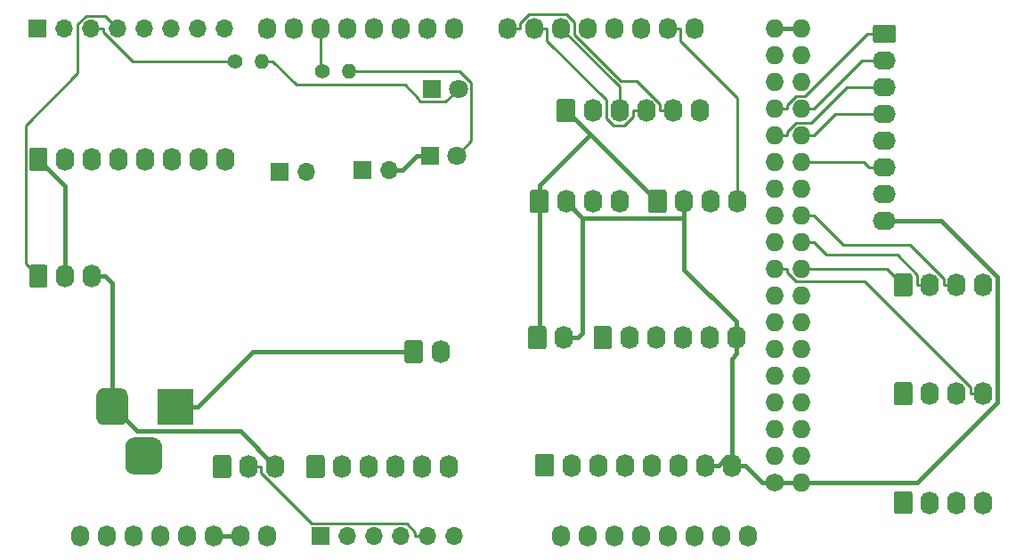
<source format=gbr>
G04 #@! TF.GenerationSoftware,KiCad,Pcbnew,(5.1.5-0-10_14)*
G04 #@! TF.CreationDate,2021-11-28T08:23:08+10:00*
G04 #@! TF.ProjectId,Hornet Forward Output Shield,486f726e-6574-4204-966f-727761726420,rev?*
G04 #@! TF.SameCoordinates,Original*
G04 #@! TF.FileFunction,Copper,L1,Top*
G04 #@! TF.FilePolarity,Positive*
%FSLAX46Y46*%
G04 Gerber Fmt 4.6, Leading zero omitted, Abs format (unit mm)*
G04 Created by KiCad (PCBNEW (5.1.5-0-10_14)) date 2021-11-28 08:23:08*
%MOMM*%
%LPD*%
G04 APERTURE LIST*
%ADD10O,1.740000X2.200000*%
%ADD11C,0.100000*%
%ADD12R,3.500000X3.500000*%
%ADD13O,1.700000X1.700000*%
%ADD14R,1.700000X1.700000*%
%ADD15O,2.200000X1.740000*%
%ADD16C,1.400000*%
%ADD17O,1.400000X1.400000*%
%ADD18C,1.800000*%
%ADD19R,1.800000X1.800000*%
%ADD20C,1.727200*%
%ADD21O,1.727200X1.727200*%
%ADD22O,1.727200X2.032000*%
%ADD23C,0.450000*%
%ADD24C,0.250000*%
G04 APERTURE END LIST*
D10*
X149860000Y-112522000D03*
X147320000Y-112522000D03*
G04 #@! TA.AperFunction,ComponentPad*
D11*
G36*
X145424505Y-111423204D02*
G01*
X145448773Y-111426804D01*
X145472572Y-111432765D01*
X145495671Y-111441030D01*
X145517850Y-111451520D01*
X145538893Y-111464132D01*
X145558599Y-111478747D01*
X145576777Y-111495223D01*
X145593253Y-111513401D01*
X145607868Y-111533107D01*
X145620480Y-111554150D01*
X145630970Y-111576329D01*
X145639235Y-111599428D01*
X145645196Y-111623227D01*
X145648796Y-111647495D01*
X145650000Y-111671999D01*
X145650000Y-113372001D01*
X145648796Y-113396505D01*
X145645196Y-113420773D01*
X145639235Y-113444572D01*
X145630970Y-113467671D01*
X145620480Y-113489850D01*
X145607868Y-113510893D01*
X145593253Y-113530599D01*
X145576777Y-113548777D01*
X145558599Y-113565253D01*
X145538893Y-113579868D01*
X145517850Y-113592480D01*
X145495671Y-113602970D01*
X145472572Y-113611235D01*
X145448773Y-113617196D01*
X145424505Y-113620796D01*
X145400001Y-113622000D01*
X144159999Y-113622000D01*
X144135495Y-113620796D01*
X144111227Y-113617196D01*
X144087428Y-113611235D01*
X144064329Y-113602970D01*
X144042150Y-113592480D01*
X144021107Y-113579868D01*
X144001401Y-113565253D01*
X143983223Y-113548777D01*
X143966747Y-113530599D01*
X143952132Y-113510893D01*
X143939520Y-113489850D01*
X143929030Y-113467671D01*
X143920765Y-113444572D01*
X143914804Y-113420773D01*
X143911204Y-113396505D01*
X143910000Y-113372001D01*
X143910000Y-111671999D01*
X143911204Y-111647495D01*
X143914804Y-111623227D01*
X143920765Y-111599428D01*
X143929030Y-111576329D01*
X143939520Y-111554150D01*
X143952132Y-111533107D01*
X143966747Y-111513401D01*
X143983223Y-111495223D01*
X144001401Y-111478747D01*
X144021107Y-111464132D01*
X144042150Y-111451520D01*
X144064329Y-111441030D01*
X144087428Y-111432765D01*
X144111227Y-111426804D01*
X144135495Y-111423204D01*
X144159999Y-111422000D01*
X145400001Y-111422000D01*
X145424505Y-111423204D01*
G37*
G04 #@! TD.AperFunction*
D10*
X166370000Y-112522000D03*
X163830000Y-112522000D03*
X161290000Y-112522000D03*
X158750000Y-112522000D03*
X156210000Y-112522000D03*
G04 #@! TA.AperFunction,ComponentPad*
D11*
G36*
X154314505Y-111423204D02*
G01*
X154338773Y-111426804D01*
X154362572Y-111432765D01*
X154385671Y-111441030D01*
X154407850Y-111451520D01*
X154428893Y-111464132D01*
X154448599Y-111478747D01*
X154466777Y-111495223D01*
X154483253Y-111513401D01*
X154497868Y-111533107D01*
X154510480Y-111554150D01*
X154520970Y-111576329D01*
X154529235Y-111599428D01*
X154535196Y-111623227D01*
X154538796Y-111647495D01*
X154540000Y-111671999D01*
X154540000Y-113372001D01*
X154538796Y-113396505D01*
X154535196Y-113420773D01*
X154529235Y-113444572D01*
X154520970Y-113467671D01*
X154510480Y-113489850D01*
X154497868Y-113510893D01*
X154483253Y-113530599D01*
X154466777Y-113548777D01*
X154448599Y-113565253D01*
X154428893Y-113579868D01*
X154407850Y-113592480D01*
X154385671Y-113602970D01*
X154362572Y-113611235D01*
X154338773Y-113617196D01*
X154314505Y-113620796D01*
X154290001Y-113622000D01*
X153049999Y-113622000D01*
X153025495Y-113620796D01*
X153001227Y-113617196D01*
X152977428Y-113611235D01*
X152954329Y-113602970D01*
X152932150Y-113592480D01*
X152911107Y-113579868D01*
X152891401Y-113565253D01*
X152873223Y-113548777D01*
X152856747Y-113530599D01*
X152842132Y-113510893D01*
X152829520Y-113489850D01*
X152819030Y-113467671D01*
X152810765Y-113444572D01*
X152804804Y-113420773D01*
X152801204Y-113396505D01*
X152800000Y-113372001D01*
X152800000Y-111671999D01*
X152801204Y-111647495D01*
X152804804Y-111623227D01*
X152810765Y-111599428D01*
X152819030Y-111576329D01*
X152829520Y-111554150D01*
X152842132Y-111533107D01*
X152856747Y-111513401D01*
X152873223Y-111495223D01*
X152891401Y-111478747D01*
X152911107Y-111464132D01*
X152932150Y-111451520D01*
X152954329Y-111441030D01*
X152977428Y-111432765D01*
X153001227Y-111426804D01*
X153025495Y-111423204D01*
X153049999Y-111422000D01*
X154290001Y-111422000D01*
X154314505Y-111423204D01*
G37*
G04 #@! TD.AperFunction*
D10*
X165544000Y-101600000D03*
G04 #@! TA.AperFunction,ComponentPad*
D11*
G36*
X163648505Y-100501204D02*
G01*
X163672773Y-100504804D01*
X163696572Y-100510765D01*
X163719671Y-100519030D01*
X163741850Y-100529520D01*
X163762893Y-100542132D01*
X163782599Y-100556747D01*
X163800777Y-100573223D01*
X163817253Y-100591401D01*
X163831868Y-100611107D01*
X163844480Y-100632150D01*
X163854970Y-100654329D01*
X163863235Y-100677428D01*
X163869196Y-100701227D01*
X163872796Y-100725495D01*
X163874000Y-100749999D01*
X163874000Y-102450001D01*
X163872796Y-102474505D01*
X163869196Y-102498773D01*
X163863235Y-102522572D01*
X163854970Y-102545671D01*
X163844480Y-102567850D01*
X163831868Y-102588893D01*
X163817253Y-102608599D01*
X163800777Y-102626777D01*
X163782599Y-102643253D01*
X163762893Y-102657868D01*
X163741850Y-102670480D01*
X163719671Y-102680970D01*
X163696572Y-102689235D01*
X163672773Y-102695196D01*
X163648505Y-102698796D01*
X163624001Y-102700000D01*
X162383999Y-102700000D01*
X162359495Y-102698796D01*
X162335227Y-102695196D01*
X162311428Y-102689235D01*
X162288329Y-102680970D01*
X162266150Y-102670480D01*
X162245107Y-102657868D01*
X162225401Y-102643253D01*
X162207223Y-102626777D01*
X162190747Y-102608599D01*
X162176132Y-102588893D01*
X162163520Y-102567850D01*
X162153030Y-102545671D01*
X162144765Y-102522572D01*
X162138804Y-102498773D01*
X162135204Y-102474505D01*
X162134000Y-102450001D01*
X162134000Y-100749999D01*
X162135204Y-100725495D01*
X162138804Y-100701227D01*
X162144765Y-100677428D01*
X162153030Y-100654329D01*
X162163520Y-100632150D01*
X162176132Y-100611107D01*
X162190747Y-100591401D01*
X162207223Y-100573223D01*
X162225401Y-100556747D01*
X162245107Y-100542132D01*
X162266150Y-100529520D01*
X162288329Y-100519030D01*
X162311428Y-100510765D01*
X162335227Y-100504804D01*
X162359495Y-100501204D01*
X162383999Y-100500000D01*
X163624001Y-100500000D01*
X163648505Y-100501204D01*
G37*
G04 #@! TD.AperFunction*
D10*
X145098000Y-83312000D03*
X142558000Y-83312000D03*
X140018000Y-83312000D03*
X137478000Y-83312000D03*
X134938000Y-83312000D03*
X132398000Y-83312000D03*
X129858000Y-83312000D03*
G04 #@! TA.AperFunction,ComponentPad*
D11*
G36*
X127962505Y-82213204D02*
G01*
X127986773Y-82216804D01*
X128010572Y-82222765D01*
X128033671Y-82231030D01*
X128055850Y-82241520D01*
X128076893Y-82254132D01*
X128096599Y-82268747D01*
X128114777Y-82285223D01*
X128131253Y-82303401D01*
X128145868Y-82323107D01*
X128158480Y-82344150D01*
X128168970Y-82366329D01*
X128177235Y-82389428D01*
X128183196Y-82413227D01*
X128186796Y-82437495D01*
X128188000Y-82461999D01*
X128188000Y-84162001D01*
X128186796Y-84186505D01*
X128183196Y-84210773D01*
X128177235Y-84234572D01*
X128168970Y-84257671D01*
X128158480Y-84279850D01*
X128145868Y-84300893D01*
X128131253Y-84320599D01*
X128114777Y-84338777D01*
X128096599Y-84355253D01*
X128076893Y-84369868D01*
X128055850Y-84382480D01*
X128033671Y-84392970D01*
X128010572Y-84401235D01*
X127986773Y-84407196D01*
X127962505Y-84410796D01*
X127938001Y-84412000D01*
X126697999Y-84412000D01*
X126673495Y-84410796D01*
X126649227Y-84407196D01*
X126625428Y-84401235D01*
X126602329Y-84392970D01*
X126580150Y-84382480D01*
X126559107Y-84369868D01*
X126539401Y-84355253D01*
X126521223Y-84338777D01*
X126504747Y-84320599D01*
X126490132Y-84300893D01*
X126477520Y-84279850D01*
X126467030Y-84257671D01*
X126458765Y-84234572D01*
X126452804Y-84210773D01*
X126449204Y-84186505D01*
X126448000Y-84162001D01*
X126448000Y-82461999D01*
X126449204Y-82437495D01*
X126452804Y-82413227D01*
X126458765Y-82389428D01*
X126467030Y-82366329D01*
X126477520Y-82344150D01*
X126490132Y-82323107D01*
X126504747Y-82303401D01*
X126521223Y-82285223D01*
X126539401Y-82268747D01*
X126559107Y-82254132D01*
X126580150Y-82241520D01*
X126602329Y-82231030D01*
X126625428Y-82222765D01*
X126649227Y-82216804D01*
X126673495Y-82213204D01*
X126697999Y-82212000D01*
X127938001Y-82212000D01*
X127962505Y-82213204D01*
G37*
G04 #@! TD.AperFunction*
G04 #@! TA.AperFunction,ComponentPad*
G36*
X138295765Y-109761213D02*
G01*
X138380704Y-109773813D01*
X138463999Y-109794677D01*
X138544848Y-109823605D01*
X138622472Y-109860319D01*
X138696124Y-109904464D01*
X138765094Y-109955616D01*
X138828718Y-110013282D01*
X138886384Y-110076906D01*
X138937536Y-110145876D01*
X138981681Y-110219528D01*
X139018395Y-110297152D01*
X139047323Y-110378001D01*
X139068187Y-110461296D01*
X139080787Y-110546235D01*
X139085000Y-110632000D01*
X139085000Y-112382000D01*
X139080787Y-112467765D01*
X139068187Y-112552704D01*
X139047323Y-112635999D01*
X139018395Y-112716848D01*
X138981681Y-112794472D01*
X138937536Y-112868124D01*
X138886384Y-112937094D01*
X138828718Y-113000718D01*
X138765094Y-113058384D01*
X138696124Y-113109536D01*
X138622472Y-113153681D01*
X138544848Y-113190395D01*
X138463999Y-113219323D01*
X138380704Y-113240187D01*
X138295765Y-113252787D01*
X138210000Y-113257000D01*
X136460000Y-113257000D01*
X136374235Y-113252787D01*
X136289296Y-113240187D01*
X136206001Y-113219323D01*
X136125152Y-113190395D01*
X136047528Y-113153681D01*
X135973876Y-113109536D01*
X135904906Y-113058384D01*
X135841282Y-113000718D01*
X135783616Y-112937094D01*
X135732464Y-112868124D01*
X135688319Y-112794472D01*
X135651605Y-112716848D01*
X135622677Y-112635999D01*
X135601813Y-112552704D01*
X135589213Y-112467765D01*
X135585000Y-112382000D01*
X135585000Y-110632000D01*
X135589213Y-110546235D01*
X135601813Y-110461296D01*
X135622677Y-110378001D01*
X135651605Y-110297152D01*
X135688319Y-110219528D01*
X135732464Y-110145876D01*
X135783616Y-110076906D01*
X135841282Y-110013282D01*
X135904906Y-109955616D01*
X135973876Y-109904464D01*
X136047528Y-109860319D01*
X136125152Y-109823605D01*
X136206001Y-109794677D01*
X136289296Y-109773813D01*
X136374235Y-109761213D01*
X136460000Y-109757000D01*
X138210000Y-109757000D01*
X138295765Y-109761213D01*
G37*
G04 #@! TD.AperFunction*
G04 #@! TA.AperFunction,ComponentPad*
G36*
X135158513Y-105060611D02*
G01*
X135231318Y-105071411D01*
X135302714Y-105089295D01*
X135372013Y-105114090D01*
X135438548Y-105145559D01*
X135501678Y-105183398D01*
X135560795Y-105227242D01*
X135615330Y-105276670D01*
X135664758Y-105331205D01*
X135708602Y-105390322D01*
X135746441Y-105453452D01*
X135777910Y-105519987D01*
X135802705Y-105589286D01*
X135820589Y-105660682D01*
X135831389Y-105733487D01*
X135835000Y-105807000D01*
X135835000Y-107807000D01*
X135831389Y-107880513D01*
X135820589Y-107953318D01*
X135802705Y-108024714D01*
X135777910Y-108094013D01*
X135746441Y-108160548D01*
X135708602Y-108223678D01*
X135664758Y-108282795D01*
X135615330Y-108337330D01*
X135560795Y-108386758D01*
X135501678Y-108430602D01*
X135438548Y-108468441D01*
X135372013Y-108499910D01*
X135302714Y-108524705D01*
X135231318Y-108542589D01*
X135158513Y-108553389D01*
X135085000Y-108557000D01*
X133585000Y-108557000D01*
X133511487Y-108553389D01*
X133438682Y-108542589D01*
X133367286Y-108524705D01*
X133297987Y-108499910D01*
X133231452Y-108468441D01*
X133168322Y-108430602D01*
X133109205Y-108386758D01*
X133054670Y-108337330D01*
X133005242Y-108282795D01*
X132961398Y-108223678D01*
X132923559Y-108160548D01*
X132892090Y-108094013D01*
X132867295Y-108024714D01*
X132849411Y-107953318D01*
X132838611Y-107880513D01*
X132835000Y-107807000D01*
X132835000Y-105807000D01*
X132838611Y-105733487D01*
X132849411Y-105660682D01*
X132867295Y-105589286D01*
X132892090Y-105519987D01*
X132923559Y-105453452D01*
X132961398Y-105390322D01*
X133005242Y-105331205D01*
X133054670Y-105276670D01*
X133109205Y-105227242D01*
X133168322Y-105183398D01*
X133231452Y-105145559D01*
X133297987Y-105114090D01*
X133367286Y-105089295D01*
X133438682Y-105071411D01*
X133511487Y-105060611D01*
X133585000Y-105057000D01*
X135085000Y-105057000D01*
X135158513Y-105060611D01*
G37*
G04 #@! TD.AperFunction*
D12*
X140335000Y-106807000D03*
D13*
X152781000Y-84455000D03*
D14*
X150241000Y-84455000D03*
D13*
X160655000Y-84328000D03*
D14*
X158115000Y-84328000D03*
D10*
X182562000Y-87312500D03*
X180022000Y-87312500D03*
X177482000Y-87312500D03*
G04 #@! TA.AperFunction,ComponentPad*
D11*
G36*
X175586505Y-86213704D02*
G01*
X175610773Y-86217304D01*
X175634572Y-86223265D01*
X175657671Y-86231530D01*
X175679850Y-86242020D01*
X175700893Y-86254632D01*
X175720599Y-86269247D01*
X175738777Y-86285723D01*
X175755253Y-86303901D01*
X175769868Y-86323607D01*
X175782480Y-86344650D01*
X175792970Y-86366829D01*
X175801235Y-86389928D01*
X175807196Y-86413727D01*
X175810796Y-86437995D01*
X175812000Y-86462499D01*
X175812000Y-88162501D01*
X175810796Y-88187005D01*
X175807196Y-88211273D01*
X175801235Y-88235072D01*
X175792970Y-88258171D01*
X175782480Y-88280350D01*
X175769868Y-88301393D01*
X175755253Y-88321099D01*
X175738777Y-88339277D01*
X175720599Y-88355753D01*
X175700893Y-88370368D01*
X175679850Y-88382980D01*
X175657671Y-88393470D01*
X175634572Y-88401735D01*
X175610773Y-88407696D01*
X175586505Y-88411296D01*
X175562001Y-88412500D01*
X174321999Y-88412500D01*
X174297495Y-88411296D01*
X174273227Y-88407696D01*
X174249428Y-88401735D01*
X174226329Y-88393470D01*
X174204150Y-88382980D01*
X174183107Y-88370368D01*
X174163401Y-88355753D01*
X174145223Y-88339277D01*
X174128747Y-88321099D01*
X174114132Y-88301393D01*
X174101520Y-88280350D01*
X174091030Y-88258171D01*
X174082765Y-88235072D01*
X174076804Y-88211273D01*
X174073204Y-88187005D01*
X174072000Y-88162501D01*
X174072000Y-86462499D01*
X174073204Y-86437995D01*
X174076804Y-86413727D01*
X174082765Y-86389928D01*
X174091030Y-86366829D01*
X174101520Y-86344650D01*
X174114132Y-86323607D01*
X174128747Y-86303901D01*
X174145223Y-86285723D01*
X174163401Y-86269247D01*
X174183107Y-86254632D01*
X174204150Y-86242020D01*
X174226329Y-86231530D01*
X174249428Y-86223265D01*
X174273227Y-86217304D01*
X174297495Y-86213704D01*
X174321999Y-86212500D01*
X175562001Y-86212500D01*
X175586505Y-86213704D01*
G37*
G04 #@! TD.AperFunction*
D10*
X193802000Y-87312500D03*
X191262000Y-87312500D03*
X188722000Y-87312500D03*
G04 #@! TA.AperFunction,ComponentPad*
D11*
G36*
X186826505Y-86213704D02*
G01*
X186850773Y-86217304D01*
X186874572Y-86223265D01*
X186897671Y-86231530D01*
X186919850Y-86242020D01*
X186940893Y-86254632D01*
X186960599Y-86269247D01*
X186978777Y-86285723D01*
X186995253Y-86303901D01*
X187009868Y-86323607D01*
X187022480Y-86344650D01*
X187032970Y-86366829D01*
X187041235Y-86389928D01*
X187047196Y-86413727D01*
X187050796Y-86437995D01*
X187052000Y-86462499D01*
X187052000Y-88162501D01*
X187050796Y-88187005D01*
X187047196Y-88211273D01*
X187041235Y-88235072D01*
X187032970Y-88258171D01*
X187022480Y-88280350D01*
X187009868Y-88301393D01*
X186995253Y-88321099D01*
X186978777Y-88339277D01*
X186960599Y-88355753D01*
X186940893Y-88370368D01*
X186919850Y-88382980D01*
X186897671Y-88393470D01*
X186874572Y-88401735D01*
X186850773Y-88407696D01*
X186826505Y-88411296D01*
X186802001Y-88412500D01*
X185561999Y-88412500D01*
X185537495Y-88411296D01*
X185513227Y-88407696D01*
X185489428Y-88401735D01*
X185466329Y-88393470D01*
X185444150Y-88382980D01*
X185423107Y-88370368D01*
X185403401Y-88355753D01*
X185385223Y-88339277D01*
X185368747Y-88321099D01*
X185354132Y-88301393D01*
X185341520Y-88280350D01*
X185331030Y-88258171D01*
X185322765Y-88235072D01*
X185316804Y-88211273D01*
X185313204Y-88187005D01*
X185312000Y-88162501D01*
X185312000Y-86462499D01*
X185313204Y-86437995D01*
X185316804Y-86413727D01*
X185322765Y-86389928D01*
X185331030Y-86366829D01*
X185341520Y-86344650D01*
X185354132Y-86323607D01*
X185368747Y-86303901D01*
X185385223Y-86285723D01*
X185403401Y-86269247D01*
X185423107Y-86254632D01*
X185444150Y-86242020D01*
X185466329Y-86231530D01*
X185489428Y-86223265D01*
X185513227Y-86217304D01*
X185537495Y-86213704D01*
X185561999Y-86212500D01*
X186802001Y-86212500D01*
X186826505Y-86213704D01*
G37*
G04 #@! TD.AperFunction*
D10*
X193230000Y-112395000D03*
X190690000Y-112395000D03*
X188150000Y-112395000D03*
X185610000Y-112395000D03*
X183070000Y-112395000D03*
X180530000Y-112395000D03*
X177990000Y-112395000D03*
G04 #@! TA.AperFunction,ComponentPad*
D11*
G36*
X176094505Y-111296204D02*
G01*
X176118773Y-111299804D01*
X176142572Y-111305765D01*
X176165671Y-111314030D01*
X176187850Y-111324520D01*
X176208893Y-111337132D01*
X176228599Y-111351747D01*
X176246777Y-111368223D01*
X176263253Y-111386401D01*
X176277868Y-111406107D01*
X176290480Y-111427150D01*
X176300970Y-111449329D01*
X176309235Y-111472428D01*
X176315196Y-111496227D01*
X176318796Y-111520495D01*
X176320000Y-111544999D01*
X176320000Y-113245001D01*
X176318796Y-113269505D01*
X176315196Y-113293773D01*
X176309235Y-113317572D01*
X176300970Y-113340671D01*
X176290480Y-113362850D01*
X176277868Y-113383893D01*
X176263253Y-113403599D01*
X176246777Y-113421777D01*
X176228599Y-113438253D01*
X176208893Y-113452868D01*
X176187850Y-113465480D01*
X176165671Y-113475970D01*
X176142572Y-113484235D01*
X176118773Y-113490196D01*
X176094505Y-113493796D01*
X176070001Y-113495000D01*
X174829999Y-113495000D01*
X174805495Y-113493796D01*
X174781227Y-113490196D01*
X174757428Y-113484235D01*
X174734329Y-113475970D01*
X174712150Y-113465480D01*
X174691107Y-113452868D01*
X174671401Y-113438253D01*
X174653223Y-113421777D01*
X174636747Y-113403599D01*
X174622132Y-113383893D01*
X174609520Y-113362850D01*
X174599030Y-113340671D01*
X174590765Y-113317572D01*
X174584804Y-113293773D01*
X174581204Y-113269505D01*
X174580000Y-113245001D01*
X174580000Y-111544999D01*
X174581204Y-111520495D01*
X174584804Y-111496227D01*
X174590765Y-111472428D01*
X174599030Y-111449329D01*
X174609520Y-111427150D01*
X174622132Y-111406107D01*
X174636747Y-111386401D01*
X174653223Y-111368223D01*
X174671401Y-111351747D01*
X174691107Y-111337132D01*
X174712150Y-111324520D01*
X174734329Y-111314030D01*
X174757428Y-111305765D01*
X174781227Y-111299804D01*
X174805495Y-111296204D01*
X174829999Y-111295000D01*
X176070001Y-111295000D01*
X176094505Y-111296204D01*
G37*
G04 #@! TD.AperFunction*
D10*
X217170000Y-105600000D03*
X214630000Y-105600000D03*
X212090000Y-105600000D03*
G04 #@! TA.AperFunction,ComponentPad*
D11*
G36*
X210194505Y-104501204D02*
G01*
X210218773Y-104504804D01*
X210242572Y-104510765D01*
X210265671Y-104519030D01*
X210287850Y-104529520D01*
X210308893Y-104542132D01*
X210328599Y-104556747D01*
X210346777Y-104573223D01*
X210363253Y-104591401D01*
X210377868Y-104611107D01*
X210390480Y-104632150D01*
X210400970Y-104654329D01*
X210409235Y-104677428D01*
X210415196Y-104701227D01*
X210418796Y-104725495D01*
X210420000Y-104749999D01*
X210420000Y-106450001D01*
X210418796Y-106474505D01*
X210415196Y-106498773D01*
X210409235Y-106522572D01*
X210400970Y-106545671D01*
X210390480Y-106567850D01*
X210377868Y-106588893D01*
X210363253Y-106608599D01*
X210346777Y-106626777D01*
X210328599Y-106643253D01*
X210308893Y-106657868D01*
X210287850Y-106670480D01*
X210265671Y-106680970D01*
X210242572Y-106689235D01*
X210218773Y-106695196D01*
X210194505Y-106698796D01*
X210170001Y-106700000D01*
X208929999Y-106700000D01*
X208905495Y-106698796D01*
X208881227Y-106695196D01*
X208857428Y-106689235D01*
X208834329Y-106680970D01*
X208812150Y-106670480D01*
X208791107Y-106657868D01*
X208771401Y-106643253D01*
X208753223Y-106626777D01*
X208736747Y-106608599D01*
X208722132Y-106588893D01*
X208709520Y-106567850D01*
X208699030Y-106545671D01*
X208690765Y-106522572D01*
X208684804Y-106498773D01*
X208681204Y-106474505D01*
X208680000Y-106450001D01*
X208680000Y-104749999D01*
X208681204Y-104725495D01*
X208684804Y-104701227D01*
X208690765Y-104677428D01*
X208699030Y-104654329D01*
X208709520Y-104632150D01*
X208722132Y-104611107D01*
X208736747Y-104591401D01*
X208753223Y-104573223D01*
X208771401Y-104556747D01*
X208791107Y-104542132D01*
X208812150Y-104529520D01*
X208834329Y-104519030D01*
X208857428Y-104510765D01*
X208881227Y-104504804D01*
X208905495Y-104501204D01*
X208929999Y-104500000D01*
X210170001Y-104500000D01*
X210194505Y-104501204D01*
G37*
G04 #@! TD.AperFunction*
D10*
X217170000Y-115951000D03*
X214630000Y-115951000D03*
X212090000Y-115951000D03*
G04 #@! TA.AperFunction,ComponentPad*
D11*
G36*
X210194505Y-114852204D02*
G01*
X210218773Y-114855804D01*
X210242572Y-114861765D01*
X210265671Y-114870030D01*
X210287850Y-114880520D01*
X210308893Y-114893132D01*
X210328599Y-114907747D01*
X210346777Y-114924223D01*
X210363253Y-114942401D01*
X210377868Y-114962107D01*
X210390480Y-114983150D01*
X210400970Y-115005329D01*
X210409235Y-115028428D01*
X210415196Y-115052227D01*
X210418796Y-115076495D01*
X210420000Y-115100999D01*
X210420000Y-116801001D01*
X210418796Y-116825505D01*
X210415196Y-116849773D01*
X210409235Y-116873572D01*
X210400970Y-116896671D01*
X210390480Y-116918850D01*
X210377868Y-116939893D01*
X210363253Y-116959599D01*
X210346777Y-116977777D01*
X210328599Y-116994253D01*
X210308893Y-117008868D01*
X210287850Y-117021480D01*
X210265671Y-117031970D01*
X210242572Y-117040235D01*
X210218773Y-117046196D01*
X210194505Y-117049796D01*
X210170001Y-117051000D01*
X208929999Y-117051000D01*
X208905495Y-117049796D01*
X208881227Y-117046196D01*
X208857428Y-117040235D01*
X208834329Y-117031970D01*
X208812150Y-117021480D01*
X208791107Y-117008868D01*
X208771401Y-116994253D01*
X208753223Y-116977777D01*
X208736747Y-116959599D01*
X208722132Y-116939893D01*
X208709520Y-116918850D01*
X208699030Y-116896671D01*
X208690765Y-116873572D01*
X208684804Y-116849773D01*
X208681204Y-116825505D01*
X208680000Y-116801001D01*
X208680000Y-115100999D01*
X208681204Y-115076495D01*
X208684804Y-115052227D01*
X208690765Y-115028428D01*
X208699030Y-115005329D01*
X208709520Y-114983150D01*
X208722132Y-114962107D01*
X208736747Y-114942401D01*
X208753223Y-114924223D01*
X208771401Y-114907747D01*
X208791107Y-114893132D01*
X208812150Y-114880520D01*
X208834329Y-114870030D01*
X208857428Y-114861765D01*
X208881227Y-114855804D01*
X208905495Y-114852204D01*
X208929999Y-114851000D01*
X210170001Y-114851000D01*
X210194505Y-114852204D01*
G37*
G04 #@! TD.AperFunction*
D15*
X207772000Y-89154000D03*
X207772000Y-86614000D03*
X207772000Y-84074000D03*
X207772000Y-81534000D03*
X207772000Y-78994000D03*
X207772000Y-76454000D03*
X207772000Y-73914000D03*
G04 #@! TA.AperFunction,ComponentPad*
D11*
G36*
X208646505Y-70505204D02*
G01*
X208670773Y-70508804D01*
X208694572Y-70514765D01*
X208717671Y-70523030D01*
X208739850Y-70533520D01*
X208760893Y-70546132D01*
X208780599Y-70560747D01*
X208798777Y-70577223D01*
X208815253Y-70595401D01*
X208829868Y-70615107D01*
X208842480Y-70636150D01*
X208852970Y-70658329D01*
X208861235Y-70681428D01*
X208867196Y-70705227D01*
X208870796Y-70729495D01*
X208872000Y-70753999D01*
X208872000Y-71994001D01*
X208870796Y-72018505D01*
X208867196Y-72042773D01*
X208861235Y-72066572D01*
X208852970Y-72089671D01*
X208842480Y-72111850D01*
X208829868Y-72132893D01*
X208815253Y-72152599D01*
X208798777Y-72170777D01*
X208780599Y-72187253D01*
X208760893Y-72201868D01*
X208739850Y-72214480D01*
X208717671Y-72224970D01*
X208694572Y-72233235D01*
X208670773Y-72239196D01*
X208646505Y-72242796D01*
X208622001Y-72244000D01*
X206921999Y-72244000D01*
X206897495Y-72242796D01*
X206873227Y-72239196D01*
X206849428Y-72233235D01*
X206826329Y-72224970D01*
X206804150Y-72214480D01*
X206783107Y-72201868D01*
X206763401Y-72187253D01*
X206745223Y-72170777D01*
X206728747Y-72152599D01*
X206714132Y-72132893D01*
X206701520Y-72111850D01*
X206691030Y-72089671D01*
X206682765Y-72066572D01*
X206676804Y-72042773D01*
X206673204Y-72018505D01*
X206672000Y-71994001D01*
X206672000Y-70753999D01*
X206673204Y-70729495D01*
X206676804Y-70705227D01*
X206682765Y-70681428D01*
X206691030Y-70658329D01*
X206701520Y-70636150D01*
X206714132Y-70615107D01*
X206728747Y-70595401D01*
X206745223Y-70577223D01*
X206763401Y-70560747D01*
X206783107Y-70546132D01*
X206804150Y-70533520D01*
X206826329Y-70523030D01*
X206849428Y-70514765D01*
X206873227Y-70508804D01*
X206897495Y-70505204D01*
X206921999Y-70504000D01*
X208622001Y-70504000D01*
X208646505Y-70505204D01*
G37*
G04 #@! TD.AperFunction*
D10*
X217170000Y-95250000D03*
X214630000Y-95250000D03*
X212090000Y-95250000D03*
G04 #@! TA.AperFunction,ComponentPad*
D11*
G36*
X210194505Y-94151204D02*
G01*
X210218773Y-94154804D01*
X210242572Y-94160765D01*
X210265671Y-94169030D01*
X210287850Y-94179520D01*
X210308893Y-94192132D01*
X210328599Y-94206747D01*
X210346777Y-94223223D01*
X210363253Y-94241401D01*
X210377868Y-94261107D01*
X210390480Y-94282150D01*
X210400970Y-94304329D01*
X210409235Y-94327428D01*
X210415196Y-94351227D01*
X210418796Y-94375495D01*
X210420000Y-94399999D01*
X210420000Y-96100001D01*
X210418796Y-96124505D01*
X210415196Y-96148773D01*
X210409235Y-96172572D01*
X210400970Y-96195671D01*
X210390480Y-96217850D01*
X210377868Y-96238893D01*
X210363253Y-96258599D01*
X210346777Y-96276777D01*
X210328599Y-96293253D01*
X210308893Y-96307868D01*
X210287850Y-96320480D01*
X210265671Y-96330970D01*
X210242572Y-96339235D01*
X210218773Y-96345196D01*
X210194505Y-96348796D01*
X210170001Y-96350000D01*
X208929999Y-96350000D01*
X208905495Y-96348796D01*
X208881227Y-96345196D01*
X208857428Y-96339235D01*
X208834329Y-96330970D01*
X208812150Y-96320480D01*
X208791107Y-96307868D01*
X208771401Y-96293253D01*
X208753223Y-96276777D01*
X208736747Y-96258599D01*
X208722132Y-96238893D01*
X208709520Y-96217850D01*
X208699030Y-96195671D01*
X208690765Y-96172572D01*
X208684804Y-96148773D01*
X208681204Y-96124505D01*
X208680000Y-96100001D01*
X208680000Y-94399999D01*
X208681204Y-94375495D01*
X208684804Y-94351227D01*
X208690765Y-94327428D01*
X208699030Y-94304329D01*
X208709520Y-94282150D01*
X208722132Y-94261107D01*
X208736747Y-94241401D01*
X208753223Y-94223223D01*
X208771401Y-94206747D01*
X208791107Y-94192132D01*
X208812150Y-94179520D01*
X208834329Y-94169030D01*
X208857428Y-94160765D01*
X208881227Y-94154804D01*
X208905495Y-94151204D01*
X208929999Y-94150000D01*
X210170001Y-94150000D01*
X210194505Y-94151204D01*
G37*
G04 #@! TD.AperFunction*
D10*
X193675000Y-100266000D03*
X191135000Y-100266000D03*
X188595000Y-100266000D03*
X186055000Y-100266000D03*
X183515000Y-100266000D03*
G04 #@! TA.AperFunction,ComponentPad*
D11*
G36*
X181619505Y-99167204D02*
G01*
X181643773Y-99170804D01*
X181667572Y-99176765D01*
X181690671Y-99185030D01*
X181712850Y-99195520D01*
X181733893Y-99208132D01*
X181753599Y-99222747D01*
X181771777Y-99239223D01*
X181788253Y-99257401D01*
X181802868Y-99277107D01*
X181815480Y-99298150D01*
X181825970Y-99320329D01*
X181834235Y-99343428D01*
X181840196Y-99367227D01*
X181843796Y-99391495D01*
X181845000Y-99415999D01*
X181845000Y-101116001D01*
X181843796Y-101140505D01*
X181840196Y-101164773D01*
X181834235Y-101188572D01*
X181825970Y-101211671D01*
X181815480Y-101233850D01*
X181802868Y-101254893D01*
X181788253Y-101274599D01*
X181771777Y-101292777D01*
X181753599Y-101309253D01*
X181733893Y-101323868D01*
X181712850Y-101336480D01*
X181690671Y-101346970D01*
X181667572Y-101355235D01*
X181643773Y-101361196D01*
X181619505Y-101364796D01*
X181595001Y-101366000D01*
X180354999Y-101366000D01*
X180330495Y-101364796D01*
X180306227Y-101361196D01*
X180282428Y-101355235D01*
X180259329Y-101346970D01*
X180237150Y-101336480D01*
X180216107Y-101323868D01*
X180196401Y-101309253D01*
X180178223Y-101292777D01*
X180161747Y-101274599D01*
X180147132Y-101254893D01*
X180134520Y-101233850D01*
X180124030Y-101211671D01*
X180115765Y-101188572D01*
X180109804Y-101164773D01*
X180106204Y-101140505D01*
X180105000Y-101116001D01*
X180105000Y-99415999D01*
X180106204Y-99391495D01*
X180109804Y-99367227D01*
X180115765Y-99343428D01*
X180124030Y-99320329D01*
X180134520Y-99298150D01*
X180147132Y-99277107D01*
X180161747Y-99257401D01*
X180178223Y-99239223D01*
X180196401Y-99222747D01*
X180216107Y-99208132D01*
X180237150Y-99195520D01*
X180259329Y-99185030D01*
X180282428Y-99176765D01*
X180306227Y-99170804D01*
X180330495Y-99167204D01*
X180354999Y-99166000D01*
X181595001Y-99166000D01*
X181619505Y-99167204D01*
G37*
G04 #@! TD.AperFunction*
D10*
X132398000Y-94424500D03*
X129858000Y-94424500D03*
G04 #@! TA.AperFunction,ComponentPad*
D11*
G36*
X127962505Y-93325704D02*
G01*
X127986773Y-93329304D01*
X128010572Y-93335265D01*
X128033671Y-93343530D01*
X128055850Y-93354020D01*
X128076893Y-93366632D01*
X128096599Y-93381247D01*
X128114777Y-93397723D01*
X128131253Y-93415901D01*
X128145868Y-93435607D01*
X128158480Y-93456650D01*
X128168970Y-93478829D01*
X128177235Y-93501928D01*
X128183196Y-93525727D01*
X128186796Y-93549995D01*
X128188000Y-93574499D01*
X128188000Y-95274501D01*
X128186796Y-95299005D01*
X128183196Y-95323273D01*
X128177235Y-95347072D01*
X128168970Y-95370171D01*
X128158480Y-95392350D01*
X128145868Y-95413393D01*
X128131253Y-95433099D01*
X128114777Y-95451277D01*
X128096599Y-95467753D01*
X128076893Y-95482368D01*
X128055850Y-95494980D01*
X128033671Y-95505470D01*
X128010572Y-95513735D01*
X127986773Y-95519696D01*
X127962505Y-95523296D01*
X127938001Y-95524500D01*
X126697999Y-95524500D01*
X126673495Y-95523296D01*
X126649227Y-95519696D01*
X126625428Y-95513735D01*
X126602329Y-95505470D01*
X126580150Y-95494980D01*
X126559107Y-95482368D01*
X126539401Y-95467753D01*
X126521223Y-95451277D01*
X126504747Y-95433099D01*
X126490132Y-95413393D01*
X126477520Y-95392350D01*
X126467030Y-95370171D01*
X126458765Y-95347072D01*
X126452804Y-95323273D01*
X126449204Y-95299005D01*
X126448000Y-95274501D01*
X126448000Y-93574499D01*
X126449204Y-93549995D01*
X126452804Y-93525727D01*
X126458765Y-93501928D01*
X126467030Y-93478829D01*
X126477520Y-93456650D01*
X126490132Y-93435607D01*
X126504747Y-93415901D01*
X126521223Y-93397723D01*
X126539401Y-93381247D01*
X126559107Y-93366632D01*
X126580150Y-93354020D01*
X126602329Y-93343530D01*
X126625428Y-93335265D01*
X126649227Y-93329304D01*
X126673495Y-93325704D01*
X126697999Y-93324500D01*
X127938001Y-93324500D01*
X127962505Y-93325704D01*
G37*
G04 #@! TD.AperFunction*
D16*
X154305000Y-74930000D03*
D17*
X156845000Y-74930000D03*
D16*
X146050000Y-73977500D03*
D17*
X148590000Y-73977500D03*
D10*
X190182000Y-78676500D03*
X187642000Y-78676500D03*
X185102000Y-78676500D03*
X182562000Y-78676500D03*
X180022000Y-78676500D03*
G04 #@! TA.AperFunction,ComponentPad*
D11*
G36*
X178126505Y-77577704D02*
G01*
X178150773Y-77581304D01*
X178174572Y-77587265D01*
X178197671Y-77595530D01*
X178219850Y-77606020D01*
X178240893Y-77618632D01*
X178260599Y-77633247D01*
X178278777Y-77649723D01*
X178295253Y-77667901D01*
X178309868Y-77687607D01*
X178322480Y-77708650D01*
X178332970Y-77730829D01*
X178341235Y-77753928D01*
X178347196Y-77777727D01*
X178350796Y-77801995D01*
X178352000Y-77826499D01*
X178352000Y-79526501D01*
X178350796Y-79551005D01*
X178347196Y-79575273D01*
X178341235Y-79599072D01*
X178332970Y-79622171D01*
X178322480Y-79644350D01*
X178309868Y-79665393D01*
X178295253Y-79685099D01*
X178278777Y-79703277D01*
X178260599Y-79719753D01*
X178240893Y-79734368D01*
X178219850Y-79746980D01*
X178197671Y-79757470D01*
X178174572Y-79765735D01*
X178150773Y-79771696D01*
X178126505Y-79775296D01*
X178102001Y-79776500D01*
X176861999Y-79776500D01*
X176837495Y-79775296D01*
X176813227Y-79771696D01*
X176789428Y-79765735D01*
X176766329Y-79757470D01*
X176744150Y-79746980D01*
X176723107Y-79734368D01*
X176703401Y-79719753D01*
X176685223Y-79703277D01*
X176668747Y-79685099D01*
X176654132Y-79665393D01*
X176641520Y-79644350D01*
X176631030Y-79622171D01*
X176622765Y-79599072D01*
X176616804Y-79575273D01*
X176613204Y-79551005D01*
X176612000Y-79526501D01*
X176612000Y-77826499D01*
X176613204Y-77801995D01*
X176616804Y-77777727D01*
X176622765Y-77753928D01*
X176631030Y-77730829D01*
X176641520Y-77708650D01*
X176654132Y-77687607D01*
X176668747Y-77667901D01*
X176685223Y-77649723D01*
X176703401Y-77633247D01*
X176723107Y-77618632D01*
X176744150Y-77606020D01*
X176766329Y-77595530D01*
X176789428Y-77587265D01*
X176813227Y-77581304D01*
X176837495Y-77577704D01*
X176861999Y-77576500D01*
X178102001Y-77576500D01*
X178126505Y-77577704D01*
G37*
G04 #@! TD.AperFunction*
D10*
X177292000Y-100266000D03*
G04 #@! TA.AperFunction,ComponentPad*
D11*
G36*
X175396505Y-99167204D02*
G01*
X175420773Y-99170804D01*
X175444572Y-99176765D01*
X175467671Y-99185030D01*
X175489850Y-99195520D01*
X175510893Y-99208132D01*
X175530599Y-99222747D01*
X175548777Y-99239223D01*
X175565253Y-99257401D01*
X175579868Y-99277107D01*
X175592480Y-99298150D01*
X175602970Y-99320329D01*
X175611235Y-99343428D01*
X175617196Y-99367227D01*
X175620796Y-99391495D01*
X175622000Y-99415999D01*
X175622000Y-101116001D01*
X175620796Y-101140505D01*
X175617196Y-101164773D01*
X175611235Y-101188572D01*
X175602970Y-101211671D01*
X175592480Y-101233850D01*
X175579868Y-101254893D01*
X175565253Y-101274599D01*
X175548777Y-101292777D01*
X175530599Y-101309253D01*
X175510893Y-101323868D01*
X175489850Y-101336480D01*
X175467671Y-101346970D01*
X175444572Y-101355235D01*
X175420773Y-101361196D01*
X175396505Y-101364796D01*
X175372001Y-101366000D01*
X174131999Y-101366000D01*
X174107495Y-101364796D01*
X174083227Y-101361196D01*
X174059428Y-101355235D01*
X174036329Y-101346970D01*
X174014150Y-101336480D01*
X173993107Y-101323868D01*
X173973401Y-101309253D01*
X173955223Y-101292777D01*
X173938747Y-101274599D01*
X173924132Y-101254893D01*
X173911520Y-101233850D01*
X173901030Y-101211671D01*
X173892765Y-101188572D01*
X173886804Y-101164773D01*
X173883204Y-101140505D01*
X173882000Y-101116001D01*
X173882000Y-99415999D01*
X173883204Y-99391495D01*
X173886804Y-99367227D01*
X173892765Y-99343428D01*
X173901030Y-99320329D01*
X173911520Y-99298150D01*
X173924132Y-99277107D01*
X173938747Y-99257401D01*
X173955223Y-99239223D01*
X173973401Y-99222747D01*
X173993107Y-99208132D01*
X174014150Y-99195520D01*
X174036329Y-99185030D01*
X174059428Y-99176765D01*
X174083227Y-99170804D01*
X174107495Y-99167204D01*
X174131999Y-99166000D01*
X175372001Y-99166000D01*
X175396505Y-99167204D01*
G37*
G04 #@! TD.AperFunction*
D18*
X167132000Y-82931000D03*
D19*
X164592000Y-82931000D03*
D18*
X167259000Y-76581000D03*
D19*
X164719000Y-76581000D03*
D13*
X145034000Y-70866000D03*
X142494000Y-70866000D03*
X139954000Y-70866000D03*
X137414000Y-70866000D03*
X134874000Y-70866000D03*
X132334000Y-70866000D03*
X129794000Y-70866000D03*
D14*
X127254000Y-70866000D03*
D13*
X166878000Y-119126000D03*
X164338000Y-119126000D03*
X161798000Y-119126000D03*
X159258000Y-119126000D03*
X156718000Y-119126000D03*
D14*
X154178000Y-119126000D03*
D20*
X197358000Y-114046000D03*
D21*
X199898000Y-114046000D03*
X197358000Y-111506000D03*
X199898000Y-111506000D03*
X197358000Y-108966000D03*
X199898000Y-108966000D03*
X197358000Y-106426000D03*
X199898000Y-106426000D03*
X197358000Y-103886000D03*
X199898000Y-103886000D03*
X197358000Y-101346000D03*
X199898000Y-101346000D03*
X197358000Y-98806000D03*
X199898000Y-98806000D03*
X197358000Y-96266000D03*
X199898000Y-96266000D03*
X197358000Y-93726000D03*
X199898000Y-93726000D03*
X197358000Y-91186000D03*
X199898000Y-91186000D03*
X197358000Y-88646000D03*
X199898000Y-88646000D03*
X197358000Y-86106000D03*
X199898000Y-86106000D03*
X197358000Y-83566000D03*
X199898000Y-83566000D03*
X197358000Y-81026000D03*
X199898000Y-81026000D03*
X197358000Y-78486000D03*
X199898000Y-78486000D03*
X197358000Y-75946000D03*
X199898000Y-75946000D03*
X197358000Y-73406000D03*
X199898000Y-73406000D03*
X197358000Y-70866000D03*
X199898000Y-70866000D03*
D22*
X131318000Y-119126000D03*
X133858000Y-119126000D03*
X136398000Y-119126000D03*
X138938000Y-119126000D03*
X141478000Y-119126000D03*
X144018000Y-119126000D03*
X146558000Y-119126000D03*
X149098000Y-119126000D03*
X177038000Y-119126000D03*
X179578000Y-119126000D03*
X182118000Y-119126000D03*
X184658000Y-119126000D03*
X187198000Y-119126000D03*
X189738000Y-119126000D03*
X192278000Y-119126000D03*
X194818000Y-119126000D03*
X149098000Y-70866000D03*
X151638000Y-70866000D03*
X154178000Y-70866000D03*
X156718000Y-70866000D03*
X159258000Y-70866000D03*
X161798000Y-70866000D03*
X164338000Y-70866000D03*
X166878000Y-70866000D03*
X171958000Y-70866000D03*
X174498000Y-70866000D03*
X177038000Y-70866000D03*
X179578000Y-70866000D03*
X182118000Y-70866000D03*
X184658000Y-70866000D03*
X187198000Y-70866000D03*
X189738000Y-70866000D03*
D23*
X177292000Y-100266000D02*
X178587300Y-100266000D01*
X179054400Y-88884900D02*
X177482000Y-87312500D01*
X188722000Y-88884900D02*
X179054400Y-88884900D01*
X179054400Y-88884900D02*
X179054400Y-99798900D01*
X179054400Y-99798900D02*
X178587300Y-100266000D01*
X188722000Y-88884900D02*
X188722000Y-93787700D01*
X188722000Y-93787700D02*
X193675000Y-98740700D01*
X188722000Y-87312500D02*
X188722000Y-88884900D01*
X199898000Y-114046000D02*
X210864100Y-114046000D01*
X210864100Y-114046000D02*
X218496600Y-106413500D01*
X218496600Y-106413500D02*
X218496600Y-94514200D01*
X218496600Y-94514200D02*
X213136400Y-89154000D01*
X213136400Y-89154000D02*
X207772000Y-89154000D01*
X197358000Y-114046000D02*
X199898000Y-114046000D01*
X193675000Y-100266000D02*
X193675000Y-98740700D01*
X193675000Y-100266000D02*
X193675000Y-101791300D01*
X193230000Y-111632300D02*
X193230000Y-102236300D01*
X193230000Y-102236300D02*
X193675000Y-101791300D01*
X193230000Y-111632300D02*
X192748000Y-111632300D01*
X192748000Y-111632300D02*
X191985300Y-112395000D01*
X190690000Y-112395000D02*
X191985300Y-112395000D01*
X193230000Y-112395000D02*
X193230000Y-111632300D01*
X193230000Y-112395000D02*
X194525300Y-112395000D01*
X197358000Y-114046000D02*
X196176300Y-114046000D01*
X196176300Y-114046000D02*
X194525300Y-112395000D01*
D24*
X199898000Y-93726000D02*
X208026000Y-93726000D01*
X208026000Y-93726000D02*
X209550000Y-95250000D01*
X212090000Y-95250000D02*
X210894700Y-95250000D01*
X199898000Y-91186000D02*
X201086900Y-91186000D01*
X201086900Y-91186000D02*
X202275800Y-92374900D01*
X202275800Y-92374900D02*
X208990800Y-92374900D01*
X208990800Y-92374900D02*
X210894700Y-94278800D01*
X210894700Y-94278800D02*
X210894700Y-95250000D01*
X213434700Y-95250000D02*
X213434700Y-94652400D01*
X213434700Y-94652400D02*
X210224500Y-91442200D01*
X210224500Y-91442200D02*
X203883100Y-91442200D01*
X203883100Y-91442200D02*
X201086900Y-88646000D01*
X214630000Y-95250000D02*
X213434700Y-95250000D01*
X199898000Y-88646000D02*
X201086900Y-88646000D01*
X207772000Y-84074000D02*
X206346700Y-84074000D01*
X199898000Y-83566000D02*
X205838700Y-83566000D01*
X205838700Y-83566000D02*
X206346700Y-84074000D01*
X197358000Y-81026000D02*
X198546900Y-81026000D01*
X198546900Y-81026000D02*
X198546900Y-80654400D01*
X198546900Y-80654400D02*
X199364200Y-79837100D01*
X199364200Y-79837100D02*
X200780500Y-79837100D01*
X200780500Y-79837100D02*
X204163600Y-76454000D01*
X204163600Y-76454000D02*
X207772000Y-76454000D01*
X199898000Y-81026000D02*
X201086900Y-81026000D01*
X201086900Y-81026000D02*
X203118900Y-78994000D01*
X203118900Y-78994000D02*
X207772000Y-78994000D01*
X197358000Y-78486000D02*
X198546900Y-78486000D01*
X198546900Y-78486000D02*
X198546900Y-78114400D01*
X198546900Y-78114400D02*
X199364200Y-77297100D01*
X199364200Y-77297100D02*
X200237400Y-77297100D01*
X200237400Y-77297100D02*
X206160500Y-71374000D01*
X206160500Y-71374000D02*
X207772000Y-71374000D01*
X199898000Y-78486000D02*
X201086900Y-78486000D01*
X201086900Y-78486000D02*
X205658900Y-73914000D01*
X205658900Y-73914000D02*
X207772000Y-73914000D01*
D23*
X199898000Y-70866000D02*
X197358000Y-70866000D01*
X164592000Y-82931000D02*
X163266700Y-82931000D01*
X160655000Y-84328000D02*
X161930300Y-84328000D01*
X163266700Y-82931000D02*
X163266700Y-82991600D01*
X163266700Y-82991600D02*
X161930300Y-84328000D01*
X134335000Y-106807000D02*
X134335000Y-95066200D01*
X134335000Y-95066200D02*
X133693300Y-94424500D01*
X149860000Y-112522000D02*
X146507600Y-109169600D01*
X146507600Y-109169600D02*
X136697600Y-109169600D01*
X136697600Y-109169600D02*
X134335000Y-106807000D01*
X132398000Y-94424500D02*
X133693300Y-94424500D01*
X146558000Y-119126000D02*
X144018000Y-119126000D01*
D24*
X134874000Y-70866000D02*
X133673900Y-69665900D01*
X133673900Y-69665900D02*
X131865700Y-69665900D01*
X131865700Y-69665900D02*
X131064000Y-70467600D01*
X131064000Y-70467600D02*
X131064000Y-75140000D01*
X131064000Y-75140000D02*
X126118200Y-80085800D01*
X126118200Y-80085800D02*
X126118200Y-93224700D01*
X126118200Y-93224700D02*
X127318000Y-94424500D01*
X148590000Y-73977500D02*
X149615300Y-73977500D01*
X167259000Y-76581000D02*
X166033600Y-77806400D01*
X166033600Y-77806400D02*
X163643900Y-77806400D01*
X163643900Y-77806400D02*
X163493600Y-77656100D01*
X163493600Y-77656100D02*
X163493600Y-77560300D01*
X163493600Y-77560300D02*
X162166800Y-76233500D01*
X162166800Y-76233500D02*
X151871300Y-76233500D01*
X151871300Y-76233500D02*
X149615300Y-73977500D01*
X167132000Y-82931000D02*
X168489100Y-81573900D01*
X168489100Y-81573900D02*
X168489100Y-76036500D01*
X168489100Y-76036500D02*
X167382600Y-74930000D01*
X167382600Y-74930000D02*
X156845000Y-74930000D01*
X187642000Y-78676500D02*
X186446700Y-78676500D01*
X171958000Y-70866000D02*
X173146900Y-70866000D01*
X173146900Y-70866000D02*
X173146900Y-70345900D01*
X173146900Y-70345900D02*
X173982300Y-69510500D01*
X173982300Y-69510500D02*
X177516600Y-69510500D01*
X177516600Y-69510500D02*
X178308000Y-70301900D01*
X178308000Y-70301900D02*
X178308000Y-71458000D01*
X178308000Y-71458000D02*
X182700500Y-75850500D01*
X182700500Y-75850500D02*
X184218300Y-75850500D01*
X184218300Y-75850500D02*
X186446700Y-78078900D01*
X186446700Y-78078900D02*
X186446700Y-78676500D01*
X185102000Y-78676500D02*
X183906700Y-78676500D01*
X174498000Y-70866000D02*
X175686900Y-70866000D01*
X175686900Y-70866000D02*
X175686900Y-72054900D01*
X175686900Y-72054900D02*
X181310200Y-77678200D01*
X181310200Y-77678200D02*
X181310200Y-79427700D01*
X181310200Y-79427700D02*
X182017500Y-80135000D01*
X182017500Y-80135000D02*
X183045800Y-80135000D01*
X183045800Y-80135000D02*
X183906700Y-79274100D01*
X183906700Y-79274100D02*
X183906700Y-78676500D01*
X177038000Y-70866000D02*
X182562000Y-76390000D01*
X182562000Y-76390000D02*
X182562000Y-78676500D01*
X197358000Y-93726000D02*
X198546900Y-93726000D01*
X217170000Y-105600000D02*
X215974700Y-105600000D01*
X215974700Y-105600000D02*
X215974700Y-105002400D01*
X215974700Y-105002400D02*
X205887200Y-94914900D01*
X205887200Y-94914900D02*
X199364200Y-94914900D01*
X199364200Y-94914900D02*
X198546900Y-94097600D01*
X198546900Y-94097600D02*
X198546900Y-93726000D01*
X132334000Y-70866000D02*
X133509300Y-70866000D01*
X133509300Y-70866000D02*
X133509300Y-71233300D01*
X133509300Y-71233300D02*
X136253500Y-73977500D01*
X136253500Y-73977500D02*
X146050000Y-73977500D01*
X154178000Y-70866000D02*
X154178000Y-74803000D01*
X154178000Y-74803000D02*
X154305000Y-74930000D01*
X187198000Y-70866000D02*
X188386900Y-70866000D01*
X188386900Y-70866000D02*
X188386900Y-72054900D01*
X188386900Y-72054900D02*
X193802000Y-77470000D01*
X193802000Y-77470000D02*
X193802000Y-87312500D01*
D23*
X174752000Y-100266000D02*
X174942000Y-100076000D01*
X174942000Y-100076000D02*
X174942000Y-87312500D01*
X179767300Y-80961800D02*
X179831300Y-80961800D01*
X179831300Y-80961800D02*
X186182000Y-87312500D01*
X174942000Y-87312500D02*
X174942000Y-85787100D01*
X174942000Y-85787100D02*
X179767300Y-80961800D01*
X179767300Y-80961800D02*
X177482000Y-78676500D01*
X129858000Y-94424500D02*
X129858000Y-85852000D01*
X129858000Y-85852000D02*
X127318000Y-83312000D01*
X140335000Y-106807000D02*
X142510300Y-106807000D01*
X163004000Y-101600000D02*
X147717300Y-101600000D01*
X147717300Y-101600000D02*
X142510300Y-106807000D01*
D24*
X147320000Y-112522000D02*
X148515300Y-112522000D01*
X164338000Y-119126000D02*
X163162700Y-119126000D01*
X163162700Y-119126000D02*
X163162700Y-118758600D01*
X163162700Y-118758600D02*
X162354800Y-117950700D01*
X162354800Y-117950700D02*
X153346300Y-117950700D01*
X153346300Y-117950700D02*
X148515300Y-113119700D01*
X148515300Y-113119700D02*
X148515300Y-112522000D01*
M02*

</source>
